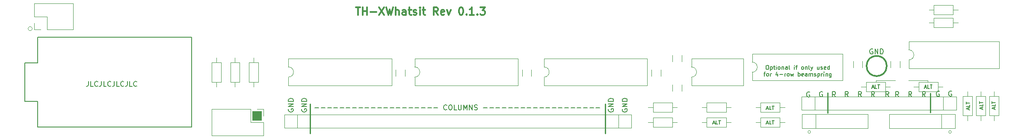
<source format=gto>
G04 #@! TF.GenerationSoftware,KiCad,Pcbnew,5.1.10*
G04 #@! TF.CreationDate,2021-10-20T12:50:39+02:00*
G04 #@! TF.ProjectId,TH-XWhatsIt,54482d58-5768-4617-9473-49742e6b6963,0.1.3*
G04 #@! TF.SameCoordinates,Original*
G04 #@! TF.FileFunction,Legend,Top*
G04 #@! TF.FilePolarity,Positive*
%FSLAX46Y46*%
G04 Gerber Fmt 4.6, Leading zero omitted, Abs format (unit mm)*
G04 Created by KiCad (PCBNEW 5.1.10) date 2021-10-20 12:50:39*
%MOMM*%
%LPD*%
G01*
G04 APERTURE LIST*
%ADD10C,0.150000*%
%ADD11C,0.120000*%
%ADD12C,0.240000*%
%ADD13C,0.175000*%
%ADD14C,0.300000*%
%ADD15C,0.100000*%
%ADD16O,1.801600X1.801600*%
%ADD17O,1.501600X1.501600*%
%ADD18C,1.501600*%
%ADD19C,3.101600*%
%ADD20C,0.901600*%
%ADD21C,6.501600*%
%ADD22C,1.701600*%
%ADD23O,1.701600X1.701600*%
G04 APERTURE END LIST*
D10*
X50150952Y-137922380D02*
X50150952Y-138636666D01*
X50103333Y-138779523D01*
X50008095Y-138874761D01*
X49865238Y-138922380D01*
X49770000Y-138922380D01*
X51103333Y-138922380D02*
X50627142Y-138922380D01*
X50627142Y-137922380D01*
X52008095Y-138827142D02*
X51960476Y-138874761D01*
X51817619Y-138922380D01*
X51722380Y-138922380D01*
X51579523Y-138874761D01*
X51484285Y-138779523D01*
X51436666Y-138684285D01*
X51389047Y-138493809D01*
X51389047Y-138350952D01*
X51436666Y-138160476D01*
X51484285Y-138065238D01*
X51579523Y-137970000D01*
X51722380Y-137922380D01*
X51817619Y-137922380D01*
X51960476Y-137970000D01*
X52008095Y-138017619D01*
X52722380Y-137922380D02*
X52722380Y-138636666D01*
X52674761Y-138779523D01*
X52579523Y-138874761D01*
X52436666Y-138922380D01*
X52341428Y-138922380D01*
X53674761Y-138922380D02*
X53198571Y-138922380D01*
X53198571Y-137922380D01*
X54579523Y-138827142D02*
X54531904Y-138874761D01*
X54389047Y-138922380D01*
X54293809Y-138922380D01*
X54150952Y-138874761D01*
X54055714Y-138779523D01*
X54008095Y-138684285D01*
X53960476Y-138493809D01*
X53960476Y-138350952D01*
X54008095Y-138160476D01*
X54055714Y-138065238D01*
X54150952Y-137970000D01*
X54293809Y-137922380D01*
X54389047Y-137922380D01*
X54531904Y-137970000D01*
X54579523Y-138017619D01*
X55293809Y-137922380D02*
X55293809Y-138636666D01*
X55246190Y-138779523D01*
X55150952Y-138874761D01*
X55008095Y-138922380D01*
X54912857Y-138922380D01*
X56246190Y-138922380D02*
X55770000Y-138922380D01*
X55770000Y-137922380D01*
X57150952Y-138827142D02*
X57103333Y-138874761D01*
X56960476Y-138922380D01*
X56865238Y-138922380D01*
X56722380Y-138874761D01*
X56627142Y-138779523D01*
X56579523Y-138684285D01*
X56531904Y-138493809D01*
X56531904Y-138350952D01*
X56579523Y-138160476D01*
X56627142Y-138065238D01*
X56722380Y-137970000D01*
X56865238Y-137922380D01*
X56960476Y-137922380D01*
X57103333Y-137970000D01*
X57150952Y-138017619D01*
X57865238Y-137922380D02*
X57865238Y-138636666D01*
X57817619Y-138779523D01*
X57722380Y-138874761D01*
X57579523Y-138922380D01*
X57484285Y-138922380D01*
X58817619Y-138922380D02*
X58341428Y-138922380D01*
X58341428Y-137922380D01*
X59722380Y-138827142D02*
X59674761Y-138874761D01*
X59531904Y-138922380D01*
X59436666Y-138922380D01*
X59293809Y-138874761D01*
X59198571Y-138779523D01*
X59150952Y-138684285D01*
X59103333Y-138493809D01*
X59103333Y-138350952D01*
X59150952Y-138160476D01*
X59198571Y-138065238D01*
X59293809Y-137970000D01*
X59436666Y-137922380D01*
X59531904Y-137922380D01*
X59674761Y-137970000D01*
X59722380Y-138017619D01*
D11*
X206040000Y-137740000D02*
X206040000Y-138050000D01*
X209850000Y-137740000D02*
X206040000Y-137740000D01*
X216310000Y-137760000D02*
X216310000Y-138100000D01*
X212530000Y-137760000D02*
X216310000Y-137760000D01*
X91530000Y-144520000D02*
X88920000Y-144520000D01*
X88920000Y-147180000D02*
X88920000Y-144520000D01*
X91690000Y-147180000D02*
X88920000Y-147180000D01*
X155050000Y-144530000D02*
X155050000Y-147180000D01*
D12*
X152480000Y-142420000D02*
X152480000Y-148210000D01*
X94070000Y-142420000D02*
X94070000Y-148210000D01*
D11*
X193940000Y-140960000D02*
X193940000Y-143600000D01*
D10*
X215819523Y-140942380D02*
X215486190Y-140466190D01*
X215248095Y-140942380D02*
X215248095Y-139942380D01*
X215629047Y-139942380D01*
X215724285Y-139990000D01*
X215771904Y-140037619D01*
X215819523Y-140132857D01*
X215819523Y-140275714D01*
X215771904Y-140370952D01*
X215724285Y-140418571D01*
X215629047Y-140466190D01*
X215248095Y-140466190D01*
D11*
X221952985Y-140949807D02*
X221952985Y-143610000D01*
X218970000Y-143610000D02*
X221952985Y-143610000D01*
X219340000Y-140950000D02*
X221952985Y-140949807D01*
X39031461Y-127500000D02*
G75*
G03*
X39031461Y-127500000I-411461J0D01*
G01*
D10*
X184455714Y-134746904D02*
X184608095Y-134746904D01*
X184684285Y-134785000D01*
X184760476Y-134861190D01*
X184798571Y-135013571D01*
X184798571Y-135280238D01*
X184760476Y-135432619D01*
X184684285Y-135508809D01*
X184608095Y-135546904D01*
X184455714Y-135546904D01*
X184379523Y-135508809D01*
X184303333Y-135432619D01*
X184265238Y-135280238D01*
X184265238Y-135013571D01*
X184303333Y-134861190D01*
X184379523Y-134785000D01*
X184455714Y-134746904D01*
X185141428Y-135013571D02*
X185141428Y-135813571D01*
X185141428Y-135051666D02*
X185217619Y-135013571D01*
X185370000Y-135013571D01*
X185446190Y-135051666D01*
X185484285Y-135089761D01*
X185522380Y-135165952D01*
X185522380Y-135394523D01*
X185484285Y-135470714D01*
X185446190Y-135508809D01*
X185370000Y-135546904D01*
X185217619Y-135546904D01*
X185141428Y-135508809D01*
X185750952Y-135013571D02*
X186055714Y-135013571D01*
X185865238Y-134746904D02*
X185865238Y-135432619D01*
X185903333Y-135508809D01*
X185979523Y-135546904D01*
X186055714Y-135546904D01*
X186322380Y-135546904D02*
X186322380Y-135013571D01*
X186322380Y-134746904D02*
X186284285Y-134785000D01*
X186322380Y-134823095D01*
X186360476Y-134785000D01*
X186322380Y-134746904D01*
X186322380Y-134823095D01*
X186817619Y-135546904D02*
X186741428Y-135508809D01*
X186703333Y-135470714D01*
X186665238Y-135394523D01*
X186665238Y-135165952D01*
X186703333Y-135089761D01*
X186741428Y-135051666D01*
X186817619Y-135013571D01*
X186931904Y-135013571D01*
X187008095Y-135051666D01*
X187046190Y-135089761D01*
X187084285Y-135165952D01*
X187084285Y-135394523D01*
X187046190Y-135470714D01*
X187008095Y-135508809D01*
X186931904Y-135546904D01*
X186817619Y-135546904D01*
X187427142Y-135013571D02*
X187427142Y-135546904D01*
X187427142Y-135089761D02*
X187465238Y-135051666D01*
X187541428Y-135013571D01*
X187655714Y-135013571D01*
X187731904Y-135051666D01*
X187770000Y-135127857D01*
X187770000Y-135546904D01*
X188493809Y-135546904D02*
X188493809Y-135127857D01*
X188455714Y-135051666D01*
X188379523Y-135013571D01*
X188227142Y-135013571D01*
X188150952Y-135051666D01*
X188493809Y-135508809D02*
X188417619Y-135546904D01*
X188227142Y-135546904D01*
X188150952Y-135508809D01*
X188112857Y-135432619D01*
X188112857Y-135356428D01*
X188150952Y-135280238D01*
X188227142Y-135242142D01*
X188417619Y-135242142D01*
X188493809Y-135204047D01*
X188989047Y-135546904D02*
X188912857Y-135508809D01*
X188874761Y-135432619D01*
X188874761Y-134746904D01*
X189903333Y-135546904D02*
X189903333Y-135013571D01*
X189903333Y-134746904D02*
X189865238Y-134785000D01*
X189903333Y-134823095D01*
X189941428Y-134785000D01*
X189903333Y-134746904D01*
X189903333Y-134823095D01*
X190170000Y-135013571D02*
X190474761Y-135013571D01*
X190284285Y-135546904D02*
X190284285Y-134861190D01*
X190322380Y-134785000D01*
X190398571Y-134746904D01*
X190474761Y-134746904D01*
X191465238Y-135546904D02*
X191389047Y-135508809D01*
X191350952Y-135470714D01*
X191312857Y-135394523D01*
X191312857Y-135165952D01*
X191350952Y-135089761D01*
X191389047Y-135051666D01*
X191465238Y-135013571D01*
X191579523Y-135013571D01*
X191655714Y-135051666D01*
X191693809Y-135089761D01*
X191731904Y-135165952D01*
X191731904Y-135394523D01*
X191693809Y-135470714D01*
X191655714Y-135508809D01*
X191579523Y-135546904D01*
X191465238Y-135546904D01*
X192074761Y-135013571D02*
X192074761Y-135546904D01*
X192074761Y-135089761D02*
X192112857Y-135051666D01*
X192189047Y-135013571D01*
X192303333Y-135013571D01*
X192379523Y-135051666D01*
X192417619Y-135127857D01*
X192417619Y-135546904D01*
X192912857Y-135546904D02*
X192836666Y-135508809D01*
X192798571Y-135432619D01*
X192798571Y-134746904D01*
X193141428Y-135013571D02*
X193331904Y-135546904D01*
X193522380Y-135013571D02*
X193331904Y-135546904D01*
X193255714Y-135737380D01*
X193217619Y-135775476D01*
X193141428Y-135813571D01*
X194779523Y-135013571D02*
X194779523Y-135546904D01*
X194436666Y-135013571D02*
X194436666Y-135432619D01*
X194474761Y-135508809D01*
X194550952Y-135546904D01*
X194665238Y-135546904D01*
X194741428Y-135508809D01*
X194779523Y-135470714D01*
X195122380Y-135508809D02*
X195198571Y-135546904D01*
X195350952Y-135546904D01*
X195427142Y-135508809D01*
X195465238Y-135432619D01*
X195465238Y-135394523D01*
X195427142Y-135318333D01*
X195350952Y-135280238D01*
X195236666Y-135280238D01*
X195160476Y-135242142D01*
X195122380Y-135165952D01*
X195122380Y-135127857D01*
X195160476Y-135051666D01*
X195236666Y-135013571D01*
X195350952Y-135013571D01*
X195427142Y-135051666D01*
X196112857Y-135508809D02*
X196036666Y-135546904D01*
X195884285Y-135546904D01*
X195808095Y-135508809D01*
X195770000Y-135432619D01*
X195770000Y-135127857D01*
X195808095Y-135051666D01*
X195884285Y-135013571D01*
X196036666Y-135013571D01*
X196112857Y-135051666D01*
X196150952Y-135127857D01*
X196150952Y-135204047D01*
X195770000Y-135280238D01*
X196836666Y-135546904D02*
X196836666Y-134746904D01*
X196836666Y-135508809D02*
X196760476Y-135546904D01*
X196608095Y-135546904D01*
X196531904Y-135508809D01*
X196493809Y-135470714D01*
X196455714Y-135394523D01*
X196455714Y-135165952D01*
X196493809Y-135089761D01*
X196531904Y-135051666D01*
X196608095Y-135013571D01*
X196760476Y-135013571D01*
X196836666Y-135051666D01*
X183846190Y-136363571D02*
X184150952Y-136363571D01*
X183960476Y-136896904D02*
X183960476Y-136211190D01*
X183998571Y-136135000D01*
X184074761Y-136096904D01*
X184150952Y-136096904D01*
X184531904Y-136896904D02*
X184455714Y-136858809D01*
X184417619Y-136820714D01*
X184379523Y-136744523D01*
X184379523Y-136515952D01*
X184417619Y-136439761D01*
X184455714Y-136401666D01*
X184531904Y-136363571D01*
X184646190Y-136363571D01*
X184722380Y-136401666D01*
X184760476Y-136439761D01*
X184798571Y-136515952D01*
X184798571Y-136744523D01*
X184760476Y-136820714D01*
X184722380Y-136858809D01*
X184646190Y-136896904D01*
X184531904Y-136896904D01*
X185141428Y-136896904D02*
X185141428Y-136363571D01*
X185141428Y-136515952D02*
X185179523Y-136439761D01*
X185217619Y-136401666D01*
X185293809Y-136363571D01*
X185370000Y-136363571D01*
X186589047Y-136363571D02*
X186589047Y-136896904D01*
X186398571Y-136058809D02*
X186208095Y-136630238D01*
X186703333Y-136630238D01*
X187008095Y-136592142D02*
X187617619Y-136592142D01*
X187998571Y-136896904D02*
X187998571Y-136363571D01*
X187998571Y-136515952D02*
X188036666Y-136439761D01*
X188074761Y-136401666D01*
X188150952Y-136363571D01*
X188227142Y-136363571D01*
X188608095Y-136896904D02*
X188531904Y-136858809D01*
X188493809Y-136820714D01*
X188455714Y-136744523D01*
X188455714Y-136515952D01*
X188493809Y-136439761D01*
X188531904Y-136401666D01*
X188608095Y-136363571D01*
X188722380Y-136363571D01*
X188798571Y-136401666D01*
X188836666Y-136439761D01*
X188874761Y-136515952D01*
X188874761Y-136744523D01*
X188836666Y-136820714D01*
X188798571Y-136858809D01*
X188722380Y-136896904D01*
X188608095Y-136896904D01*
X189141428Y-136363571D02*
X189293809Y-136896904D01*
X189446190Y-136515952D01*
X189598571Y-136896904D01*
X189750952Y-136363571D01*
X190665238Y-136896904D02*
X190665238Y-136096904D01*
X190665238Y-136401666D02*
X190741428Y-136363571D01*
X190893809Y-136363571D01*
X190970000Y-136401666D01*
X191008095Y-136439761D01*
X191046190Y-136515952D01*
X191046190Y-136744523D01*
X191008095Y-136820714D01*
X190970000Y-136858809D01*
X190893809Y-136896904D01*
X190741428Y-136896904D01*
X190665238Y-136858809D01*
X191693809Y-136858809D02*
X191617619Y-136896904D01*
X191465238Y-136896904D01*
X191389047Y-136858809D01*
X191350952Y-136782619D01*
X191350952Y-136477857D01*
X191389047Y-136401666D01*
X191465238Y-136363571D01*
X191617619Y-136363571D01*
X191693809Y-136401666D01*
X191731904Y-136477857D01*
X191731904Y-136554047D01*
X191350952Y-136630238D01*
X192417619Y-136896904D02*
X192417619Y-136477857D01*
X192379523Y-136401666D01*
X192303333Y-136363571D01*
X192150952Y-136363571D01*
X192074761Y-136401666D01*
X192417619Y-136858809D02*
X192341428Y-136896904D01*
X192150952Y-136896904D01*
X192074761Y-136858809D01*
X192036666Y-136782619D01*
X192036666Y-136706428D01*
X192074761Y-136630238D01*
X192150952Y-136592142D01*
X192341428Y-136592142D01*
X192417619Y-136554047D01*
X192798571Y-136896904D02*
X192798571Y-136363571D01*
X192798571Y-136439761D02*
X192836666Y-136401666D01*
X192912857Y-136363571D01*
X193027142Y-136363571D01*
X193103333Y-136401666D01*
X193141428Y-136477857D01*
X193141428Y-136896904D01*
X193141428Y-136477857D02*
X193179523Y-136401666D01*
X193255714Y-136363571D01*
X193370000Y-136363571D01*
X193446190Y-136401666D01*
X193484285Y-136477857D01*
X193484285Y-136896904D01*
X193827142Y-136858809D02*
X193903333Y-136896904D01*
X194055714Y-136896904D01*
X194131904Y-136858809D01*
X194170000Y-136782619D01*
X194170000Y-136744523D01*
X194131904Y-136668333D01*
X194055714Y-136630238D01*
X193941428Y-136630238D01*
X193865238Y-136592142D01*
X193827142Y-136515952D01*
X193827142Y-136477857D01*
X193865238Y-136401666D01*
X193941428Y-136363571D01*
X194055714Y-136363571D01*
X194131904Y-136401666D01*
X194512857Y-136363571D02*
X194512857Y-137163571D01*
X194512857Y-136401666D02*
X194589047Y-136363571D01*
X194741428Y-136363571D01*
X194817619Y-136401666D01*
X194855714Y-136439761D01*
X194893809Y-136515952D01*
X194893809Y-136744523D01*
X194855714Y-136820714D01*
X194817619Y-136858809D01*
X194741428Y-136896904D01*
X194589047Y-136896904D01*
X194512857Y-136858809D01*
X195236666Y-136896904D02*
X195236666Y-136363571D01*
X195236666Y-136515952D02*
X195274761Y-136439761D01*
X195312857Y-136401666D01*
X195389047Y-136363571D01*
X195465238Y-136363571D01*
X195731904Y-136896904D02*
X195731904Y-136363571D01*
X195731904Y-136096904D02*
X195693809Y-136135000D01*
X195731904Y-136173095D01*
X195770000Y-136135000D01*
X195731904Y-136096904D01*
X195731904Y-136173095D01*
X196112857Y-136363571D02*
X196112857Y-136896904D01*
X196112857Y-136439761D02*
X196150952Y-136401666D01*
X196227142Y-136363571D01*
X196341428Y-136363571D01*
X196417619Y-136401666D01*
X196455714Y-136477857D01*
X196455714Y-136896904D01*
X197179523Y-136363571D02*
X197179523Y-137011190D01*
X197141428Y-137087380D01*
X197103333Y-137125476D01*
X197027142Y-137163571D01*
X196912857Y-137163571D01*
X196836666Y-137125476D01*
X197179523Y-136858809D02*
X197103333Y-136896904D01*
X196950952Y-136896904D01*
X196874761Y-136858809D01*
X196836666Y-136820714D01*
X196798571Y-136744523D01*
X196798571Y-136515952D01*
X196836666Y-136439761D01*
X196874761Y-136401666D01*
X196950952Y-136363571D01*
X197103333Y-136363571D01*
X197179523Y-136401666D01*
D11*
X193099258Y-147950000D02*
G75*
G03*
X193099258Y-147950000I-269258J0D01*
G01*
X220989258Y-147950000D02*
G75*
G03*
X220989258Y-147950000I-269258J0D01*
G01*
D12*
X216810000Y-140250000D02*
X216810000Y-144100000D01*
X196480000Y-140200000D02*
X196480000Y-144190000D01*
D10*
X208569523Y-140962380D02*
X208236190Y-140486190D01*
X207998095Y-140962380D02*
X207998095Y-139962380D01*
X208379047Y-139962380D01*
X208474285Y-140010000D01*
X208521904Y-140057619D01*
X208569523Y-140152857D01*
X208569523Y-140295714D01*
X208521904Y-140390952D01*
X208474285Y-140438571D01*
X208379047Y-140486190D01*
X207998095Y-140486190D01*
X210529523Y-140992380D02*
X210196190Y-140516190D01*
X209958095Y-140992380D02*
X209958095Y-139992380D01*
X210339047Y-139992380D01*
X210434285Y-140040000D01*
X210481904Y-140087619D01*
X210529523Y-140182857D01*
X210529523Y-140325714D01*
X210481904Y-140420952D01*
X210434285Y-140468571D01*
X210339047Y-140516190D01*
X209958095Y-140516190D01*
X213109523Y-140952380D02*
X212776190Y-140476190D01*
X212538095Y-140952380D02*
X212538095Y-139952380D01*
X212919047Y-139952380D01*
X213014285Y-140000000D01*
X213061904Y-140047619D01*
X213109523Y-140142857D01*
X213109523Y-140285714D01*
X213061904Y-140380952D01*
X213014285Y-140428571D01*
X212919047Y-140476190D01*
X212538095Y-140476190D01*
X205739523Y-140952380D02*
X205406190Y-140476190D01*
X205168095Y-140952380D02*
X205168095Y-139952380D01*
X205549047Y-139952380D01*
X205644285Y-140000000D01*
X205691904Y-140047619D01*
X205739523Y-140142857D01*
X205739523Y-140285714D01*
X205691904Y-140380952D01*
X205644285Y-140428571D01*
X205549047Y-140476190D01*
X205168095Y-140476190D01*
X203149523Y-140962380D02*
X202816190Y-140486190D01*
X202578095Y-140962380D02*
X202578095Y-139962380D01*
X202959047Y-139962380D01*
X203054285Y-140010000D01*
X203101904Y-140057619D01*
X203149523Y-140152857D01*
X203149523Y-140295714D01*
X203101904Y-140390952D01*
X203054285Y-140438571D01*
X202959047Y-140486190D01*
X202578095Y-140486190D01*
X200539523Y-140962380D02*
X200206190Y-140486190D01*
X199968095Y-140962380D02*
X199968095Y-139962380D01*
X200349047Y-139962380D01*
X200444285Y-140010000D01*
X200491904Y-140057619D01*
X200539523Y-140152857D01*
X200539523Y-140295714D01*
X200491904Y-140390952D01*
X200444285Y-140438571D01*
X200349047Y-140486190D01*
X199968095Y-140486190D01*
X198029523Y-140992380D02*
X197696190Y-140516190D01*
X197458095Y-140992380D02*
X197458095Y-139992380D01*
X197839047Y-139992380D01*
X197934285Y-140040000D01*
X197981904Y-140087619D01*
X198029523Y-140182857D01*
X198029523Y-140325714D01*
X197981904Y-140420952D01*
X197934285Y-140468571D01*
X197839047Y-140516190D01*
X197458095Y-140516190D01*
X218561904Y-139950000D02*
X218466666Y-139902380D01*
X218323809Y-139902380D01*
X218180952Y-139950000D01*
X218085714Y-140045238D01*
X218038095Y-140140476D01*
X217990476Y-140330952D01*
X217990476Y-140473809D01*
X218038095Y-140664285D01*
X218085714Y-140759523D01*
X218180952Y-140854761D01*
X218323809Y-140902380D01*
X218419047Y-140902380D01*
X218561904Y-140854761D01*
X218609523Y-140807142D01*
X218609523Y-140473809D01*
X218419047Y-140473809D01*
X221001904Y-139900000D02*
X220906666Y-139852380D01*
X220763809Y-139852380D01*
X220620952Y-139900000D01*
X220525714Y-139995238D01*
X220478095Y-140090476D01*
X220430476Y-140280952D01*
X220430476Y-140423809D01*
X220478095Y-140614285D01*
X220525714Y-140709523D01*
X220620952Y-140804761D01*
X220763809Y-140852380D01*
X220859047Y-140852380D01*
X221001904Y-140804761D01*
X221049523Y-140757142D01*
X221049523Y-140423809D01*
X220859047Y-140423809D01*
X195431904Y-140040000D02*
X195336666Y-139992380D01*
X195193809Y-139992380D01*
X195050952Y-140040000D01*
X194955714Y-140135238D01*
X194908095Y-140230476D01*
X194860476Y-140420952D01*
X194860476Y-140563809D01*
X194908095Y-140754285D01*
X194955714Y-140849523D01*
X195050952Y-140944761D01*
X195193809Y-140992380D01*
X195289047Y-140992380D01*
X195431904Y-140944761D01*
X195479523Y-140897142D01*
X195479523Y-140563809D01*
X195289047Y-140563809D01*
X192891904Y-140070000D02*
X192796666Y-140022380D01*
X192653809Y-140022380D01*
X192510952Y-140070000D01*
X192415714Y-140165238D01*
X192368095Y-140260476D01*
X192320476Y-140450952D01*
X192320476Y-140593809D01*
X192368095Y-140784285D01*
X192415714Y-140879523D01*
X192510952Y-140974761D01*
X192653809Y-141022380D01*
X192749047Y-141022380D01*
X192891904Y-140974761D01*
X192939523Y-140927142D01*
X192939523Y-140593809D01*
X192749047Y-140593809D01*
X205378095Y-131560000D02*
X205282857Y-131512380D01*
X205140000Y-131512380D01*
X204997142Y-131560000D01*
X204901904Y-131655238D01*
X204854285Y-131750476D01*
X204806666Y-131940952D01*
X204806666Y-132083809D01*
X204854285Y-132274285D01*
X204901904Y-132369523D01*
X204997142Y-132464761D01*
X205140000Y-132512380D01*
X205235238Y-132512380D01*
X205378095Y-132464761D01*
X205425714Y-132417142D01*
X205425714Y-132083809D01*
X205235238Y-132083809D01*
X205854285Y-132512380D02*
X205854285Y-131512380D01*
X206425714Y-132512380D01*
X206425714Y-131512380D01*
X206901904Y-132512380D02*
X206901904Y-131512380D01*
X207140000Y-131512380D01*
X207282857Y-131560000D01*
X207378095Y-131655238D01*
X207425714Y-131750476D01*
X207473333Y-131940952D01*
X207473333Y-132083809D01*
X207425714Y-132274285D01*
X207378095Y-132369523D01*
X207282857Y-132464761D01*
X207140000Y-132512380D01*
X206901904Y-132512380D01*
X155860000Y-143411904D02*
X155812380Y-143507142D01*
X155812380Y-143650000D01*
X155860000Y-143792857D01*
X155955238Y-143888095D01*
X156050476Y-143935714D01*
X156240952Y-143983333D01*
X156383809Y-143983333D01*
X156574285Y-143935714D01*
X156669523Y-143888095D01*
X156764761Y-143792857D01*
X156812380Y-143650000D01*
X156812380Y-143554761D01*
X156764761Y-143411904D01*
X156717142Y-143364285D01*
X156383809Y-143364285D01*
X156383809Y-143554761D01*
X156812380Y-142935714D02*
X155812380Y-142935714D01*
X156812380Y-142364285D01*
X155812380Y-142364285D01*
X156812380Y-141888095D02*
X155812380Y-141888095D01*
X155812380Y-141650000D01*
X155860000Y-141507142D01*
X155955238Y-141411904D01*
X156050476Y-141364285D01*
X156240952Y-141316666D01*
X156383809Y-141316666D01*
X156574285Y-141364285D01*
X156669523Y-141411904D01*
X156764761Y-141507142D01*
X156812380Y-141650000D01*
X156812380Y-141888095D01*
X89790000Y-143411904D02*
X89742380Y-143507142D01*
X89742380Y-143650000D01*
X89790000Y-143792857D01*
X89885238Y-143888095D01*
X89980476Y-143935714D01*
X90170952Y-143983333D01*
X90313809Y-143983333D01*
X90504285Y-143935714D01*
X90599523Y-143888095D01*
X90694761Y-143792857D01*
X90742380Y-143650000D01*
X90742380Y-143554761D01*
X90694761Y-143411904D01*
X90647142Y-143364285D01*
X90313809Y-143364285D01*
X90313809Y-143554761D01*
X90742380Y-142935714D02*
X89742380Y-142935714D01*
X90742380Y-142364285D01*
X89742380Y-142364285D01*
X90742380Y-141888095D02*
X89742380Y-141888095D01*
X89742380Y-141650000D01*
X89790000Y-141507142D01*
X89885238Y-141411904D01*
X89980476Y-141364285D01*
X90170952Y-141316666D01*
X90313809Y-141316666D01*
X90504285Y-141364285D01*
X90599523Y-141411904D01*
X90694761Y-141507142D01*
X90742380Y-141650000D01*
X90742380Y-141888095D01*
X94997500Y-143201428D02*
X95759404Y-143201428D01*
X96235595Y-143201428D02*
X96997500Y-143201428D01*
X97473690Y-143201428D02*
X98235595Y-143201428D01*
X98711785Y-143201428D02*
X99473690Y-143201428D01*
X99949880Y-143201428D02*
X100711785Y-143201428D01*
X101187976Y-143201428D02*
X101949880Y-143201428D01*
X102426071Y-143201428D02*
X103187976Y-143201428D01*
X103664166Y-143201428D02*
X104426071Y-143201428D01*
X104902261Y-143201428D02*
X105664166Y-143201428D01*
X106140357Y-143201428D02*
X106902261Y-143201428D01*
X107378452Y-143201428D02*
X108140357Y-143201428D01*
X108616547Y-143201428D02*
X109378452Y-143201428D01*
X109854642Y-143201428D02*
X110616547Y-143201428D01*
X111092738Y-143201428D02*
X111854642Y-143201428D01*
X112330833Y-143201428D02*
X113092738Y-143201428D01*
X113568928Y-143201428D02*
X114330833Y-143201428D01*
X114807023Y-143201428D02*
X115568928Y-143201428D01*
X116045119Y-143201428D02*
X116807023Y-143201428D01*
X117283214Y-143201428D02*
X118045119Y-143201428D01*
X118521309Y-143201428D02*
X119283214Y-143201428D01*
X121092738Y-143487142D02*
X121045119Y-143534761D01*
X120902261Y-143582380D01*
X120807023Y-143582380D01*
X120664166Y-143534761D01*
X120568928Y-143439523D01*
X120521309Y-143344285D01*
X120473690Y-143153809D01*
X120473690Y-143010952D01*
X120521309Y-142820476D01*
X120568928Y-142725238D01*
X120664166Y-142630000D01*
X120807023Y-142582380D01*
X120902261Y-142582380D01*
X121045119Y-142630000D01*
X121092738Y-142677619D01*
X121711785Y-142582380D02*
X121902261Y-142582380D01*
X121997500Y-142630000D01*
X122092738Y-142725238D01*
X122140357Y-142915714D01*
X122140357Y-143249047D01*
X122092738Y-143439523D01*
X121997500Y-143534761D01*
X121902261Y-143582380D01*
X121711785Y-143582380D01*
X121616547Y-143534761D01*
X121521309Y-143439523D01*
X121473690Y-143249047D01*
X121473690Y-142915714D01*
X121521309Y-142725238D01*
X121616547Y-142630000D01*
X121711785Y-142582380D01*
X123045119Y-143582380D02*
X122568928Y-143582380D01*
X122568928Y-142582380D01*
X123378452Y-142582380D02*
X123378452Y-143391904D01*
X123426071Y-143487142D01*
X123473690Y-143534761D01*
X123568928Y-143582380D01*
X123759404Y-143582380D01*
X123854642Y-143534761D01*
X123902261Y-143487142D01*
X123949880Y-143391904D01*
X123949880Y-142582380D01*
X124426071Y-143582380D02*
X124426071Y-142582380D01*
X124759404Y-143296666D01*
X125092738Y-142582380D01*
X125092738Y-143582380D01*
X125568928Y-143582380D02*
X125568928Y-142582380D01*
X126140357Y-143582380D01*
X126140357Y-142582380D01*
X126568928Y-143534761D02*
X126711785Y-143582380D01*
X126949880Y-143582380D01*
X127045119Y-143534761D01*
X127092738Y-143487142D01*
X127140357Y-143391904D01*
X127140357Y-143296666D01*
X127092738Y-143201428D01*
X127045119Y-143153809D01*
X126949880Y-143106190D01*
X126759404Y-143058571D01*
X126664166Y-143010952D01*
X126616547Y-142963333D01*
X126568928Y-142868095D01*
X126568928Y-142772857D01*
X126616547Y-142677619D01*
X126664166Y-142630000D01*
X126759404Y-142582380D01*
X126997500Y-142582380D01*
X127140357Y-142630000D01*
X128330833Y-143201428D02*
X129092738Y-143201428D01*
X129568928Y-143201428D02*
X130330833Y-143201428D01*
X130807023Y-143201428D02*
X131568928Y-143201428D01*
X132045119Y-143201428D02*
X132807023Y-143201428D01*
X133283214Y-143201428D02*
X134045119Y-143201428D01*
X134521309Y-143201428D02*
X135283214Y-143201428D01*
X135759404Y-143201428D02*
X136521309Y-143201428D01*
X136997500Y-143201428D02*
X137759404Y-143201428D01*
X138235595Y-143201428D02*
X138997500Y-143201428D01*
X139473690Y-143201428D02*
X140235595Y-143201428D01*
X140711785Y-143201428D02*
X141473690Y-143201428D01*
X141949880Y-143201428D02*
X142711785Y-143201428D01*
X143187976Y-143201428D02*
X143949880Y-143201428D01*
X144426071Y-143201428D02*
X145187976Y-143201428D01*
X145664166Y-143201428D02*
X146426071Y-143201428D01*
X146902261Y-143201428D02*
X147664166Y-143201428D01*
X148140357Y-143201428D02*
X148902261Y-143201428D01*
X149378452Y-143201428D02*
X150140357Y-143201428D01*
X150616547Y-143201428D02*
X151378452Y-143201428D01*
X153140000Y-143411904D02*
X153092380Y-143507142D01*
X153092380Y-143650000D01*
X153140000Y-143792857D01*
X153235238Y-143888095D01*
X153330476Y-143935714D01*
X153520952Y-143983333D01*
X153663809Y-143983333D01*
X153854285Y-143935714D01*
X153949523Y-143888095D01*
X154044761Y-143792857D01*
X154092380Y-143650000D01*
X154092380Y-143554761D01*
X154044761Y-143411904D01*
X153997142Y-143364285D01*
X153663809Y-143364285D01*
X153663809Y-143554761D01*
X154092380Y-142935714D02*
X153092380Y-142935714D01*
X154092380Y-142364285D01*
X153092380Y-142364285D01*
X154092380Y-141888095D02*
X153092380Y-141888095D01*
X153092380Y-141650000D01*
X153140000Y-141507142D01*
X153235238Y-141411904D01*
X153330476Y-141364285D01*
X153520952Y-141316666D01*
X153663809Y-141316666D01*
X153854285Y-141364285D01*
X153949523Y-141411904D01*
X154044761Y-141507142D01*
X154092380Y-141650000D01*
X154092380Y-141888095D01*
X92390000Y-143411904D02*
X92342380Y-143507142D01*
X92342380Y-143650000D01*
X92390000Y-143792857D01*
X92485238Y-143888095D01*
X92580476Y-143935714D01*
X92770952Y-143983333D01*
X92913809Y-143983333D01*
X93104285Y-143935714D01*
X93199523Y-143888095D01*
X93294761Y-143792857D01*
X93342380Y-143650000D01*
X93342380Y-143554761D01*
X93294761Y-143411904D01*
X93247142Y-143364285D01*
X92913809Y-143364285D01*
X92913809Y-143554761D01*
X93342380Y-142935714D02*
X92342380Y-142935714D01*
X93342380Y-142364285D01*
X92342380Y-142364285D01*
X93342380Y-141888095D02*
X92342380Y-141888095D01*
X92342380Y-141650000D01*
X92390000Y-141507142D01*
X92485238Y-141411904D01*
X92580476Y-141364285D01*
X92770952Y-141316666D01*
X92913809Y-141316666D01*
X93104285Y-141364285D01*
X93199523Y-141411904D01*
X93294761Y-141507142D01*
X93342380Y-141650000D01*
X93342380Y-141888095D01*
D13*
X229516666Y-143416666D02*
X229516666Y-143083333D01*
X229716666Y-143483333D02*
X229016666Y-143250000D01*
X229716666Y-143016666D01*
X229716666Y-142450000D02*
X229716666Y-142783333D01*
X229016666Y-142783333D01*
X229016666Y-142316666D02*
X229016666Y-141916666D01*
X229716666Y-142116666D02*
X229016666Y-142116666D01*
X227016666Y-143416666D02*
X227016666Y-143083333D01*
X227216666Y-143483333D02*
X226516666Y-143250000D01*
X227216666Y-143016666D01*
X227216666Y-142450000D02*
X227216666Y-142783333D01*
X226516666Y-142783333D01*
X226516666Y-142316666D02*
X226516666Y-141916666D01*
X227216666Y-142116666D02*
X226516666Y-142116666D01*
X224416666Y-143516666D02*
X224416666Y-143183333D01*
X224616666Y-143583333D02*
X223916666Y-143350000D01*
X224616666Y-143116666D01*
X224616666Y-142550000D02*
X224616666Y-142883333D01*
X223916666Y-142883333D01*
X223916666Y-142416666D02*
X223916666Y-142016666D01*
X224616666Y-142216666D02*
X223916666Y-142216666D01*
X215683333Y-139116666D02*
X216016666Y-139116666D01*
X215616666Y-139316666D02*
X215850000Y-138616666D01*
X216083333Y-139316666D01*
X216650000Y-139316666D02*
X216316666Y-139316666D01*
X216316666Y-138616666D01*
X216783333Y-138616666D02*
X217183333Y-138616666D01*
X216983333Y-139316666D02*
X216983333Y-138616666D01*
X173783333Y-146216666D02*
X174116666Y-146216666D01*
X173716666Y-146416666D02*
X173950000Y-145716666D01*
X174183333Y-146416666D01*
X174750000Y-146416666D02*
X174416666Y-146416666D01*
X174416666Y-145716666D01*
X174883333Y-145716666D02*
X175283333Y-145716666D01*
X175083333Y-146416666D02*
X175083333Y-145716666D01*
X184383333Y-146216666D02*
X184716666Y-146216666D01*
X184316666Y-146416666D02*
X184550000Y-145716666D01*
X184783333Y-146416666D01*
X185350000Y-146416666D02*
X185016666Y-146416666D01*
X185016666Y-145716666D01*
X185483333Y-145716666D02*
X185883333Y-145716666D01*
X185683333Y-146416666D02*
X185683333Y-145716666D01*
X184383333Y-143316666D02*
X184716666Y-143316666D01*
X184316666Y-143516666D02*
X184550000Y-142816666D01*
X184783333Y-143516666D01*
X185350000Y-143516666D02*
X185016666Y-143516666D01*
X185016666Y-142816666D01*
X185483333Y-142816666D02*
X185883333Y-142816666D01*
X185683333Y-143516666D02*
X185683333Y-142816666D01*
X205283333Y-139116666D02*
X205616666Y-139116666D01*
X205216666Y-139316666D02*
X205450000Y-138616666D01*
X205683333Y-139316666D01*
X206250000Y-139316666D02*
X205916666Y-139316666D01*
X205916666Y-138616666D01*
X206383333Y-138616666D02*
X206783333Y-138616666D01*
X206583333Y-139316666D02*
X206583333Y-138616666D01*
D14*
X103067857Y-123278571D02*
X103925000Y-123278571D01*
X103496428Y-124778571D02*
X103496428Y-123278571D01*
X104425000Y-124778571D02*
X104425000Y-123278571D01*
X104425000Y-123992857D02*
X105282142Y-123992857D01*
X105282142Y-124778571D02*
X105282142Y-123278571D01*
X105996428Y-124207142D02*
X107139285Y-124207142D01*
X107710714Y-123278571D02*
X108710714Y-124778571D01*
X108710714Y-123278571D02*
X107710714Y-124778571D01*
X109139285Y-123278571D02*
X109496428Y-124778571D01*
X109782142Y-123707142D01*
X110067857Y-124778571D01*
X110425000Y-123278571D01*
X110996428Y-124778571D02*
X110996428Y-123278571D01*
X111639285Y-124778571D02*
X111639285Y-123992857D01*
X111567857Y-123850000D01*
X111425000Y-123778571D01*
X111210714Y-123778571D01*
X111067857Y-123850000D01*
X110996428Y-123921428D01*
X112996428Y-124778571D02*
X112996428Y-123992857D01*
X112925000Y-123850000D01*
X112782142Y-123778571D01*
X112496428Y-123778571D01*
X112353571Y-123850000D01*
X112996428Y-124707142D02*
X112853571Y-124778571D01*
X112496428Y-124778571D01*
X112353571Y-124707142D01*
X112282142Y-124564285D01*
X112282142Y-124421428D01*
X112353571Y-124278571D01*
X112496428Y-124207142D01*
X112853571Y-124207142D01*
X112996428Y-124135714D01*
X113496428Y-123778571D02*
X114067857Y-123778571D01*
X113710714Y-123278571D02*
X113710714Y-124564285D01*
X113782142Y-124707142D01*
X113925000Y-124778571D01*
X114067857Y-124778571D01*
X114496428Y-124707142D02*
X114639285Y-124778571D01*
X114925000Y-124778571D01*
X115067857Y-124707142D01*
X115139285Y-124564285D01*
X115139285Y-124492857D01*
X115067857Y-124350000D01*
X114925000Y-124278571D01*
X114710714Y-124278571D01*
X114567857Y-124207142D01*
X114496428Y-124064285D01*
X114496428Y-123992857D01*
X114567857Y-123850000D01*
X114710714Y-123778571D01*
X114925000Y-123778571D01*
X115067857Y-123850000D01*
X115782142Y-124778571D02*
X115782142Y-123778571D01*
X115782142Y-123278571D02*
X115710714Y-123350000D01*
X115782142Y-123421428D01*
X115853571Y-123350000D01*
X115782142Y-123278571D01*
X115782142Y-123421428D01*
X116282142Y-123778571D02*
X116853571Y-123778571D01*
X116496428Y-123278571D02*
X116496428Y-124564285D01*
X116567857Y-124707142D01*
X116710714Y-124778571D01*
X116853571Y-124778571D01*
X119353571Y-124778571D02*
X118853571Y-124064285D01*
X118496428Y-124778571D02*
X118496428Y-123278571D01*
X119067857Y-123278571D01*
X119210714Y-123350000D01*
X119282142Y-123421428D01*
X119353571Y-123564285D01*
X119353571Y-123778571D01*
X119282142Y-123921428D01*
X119210714Y-123992857D01*
X119067857Y-124064285D01*
X118496428Y-124064285D01*
X120567857Y-124707142D02*
X120425000Y-124778571D01*
X120139285Y-124778571D01*
X119996428Y-124707142D01*
X119925000Y-124564285D01*
X119925000Y-123992857D01*
X119996428Y-123850000D01*
X120139285Y-123778571D01*
X120425000Y-123778571D01*
X120567857Y-123850000D01*
X120639285Y-123992857D01*
X120639285Y-124135714D01*
X119925000Y-124278571D01*
X121139285Y-123778571D02*
X121496428Y-124778571D01*
X121853571Y-123778571D01*
X123853571Y-123278571D02*
X123996428Y-123278571D01*
X124139285Y-123350000D01*
X124210714Y-123421428D01*
X124282142Y-123564285D01*
X124353571Y-123850000D01*
X124353571Y-124207142D01*
X124282142Y-124492857D01*
X124210714Y-124635714D01*
X124139285Y-124707142D01*
X123996428Y-124778571D01*
X123853571Y-124778571D01*
X123710714Y-124707142D01*
X123639285Y-124635714D01*
X123567857Y-124492857D01*
X123496428Y-124207142D01*
X123496428Y-123850000D01*
X123567857Y-123564285D01*
X123639285Y-123421428D01*
X123710714Y-123350000D01*
X123853571Y-123278571D01*
X124996428Y-124635714D02*
X125067857Y-124707142D01*
X124996428Y-124778571D01*
X124925000Y-124707142D01*
X124996428Y-124635714D01*
X124996428Y-124778571D01*
X126496428Y-124778571D02*
X125639285Y-124778571D01*
X126067857Y-124778571D02*
X126067857Y-123278571D01*
X125925000Y-123492857D01*
X125782142Y-123635714D01*
X125639285Y-123707142D01*
X127139285Y-124635714D02*
X127210714Y-124707142D01*
X127139285Y-124778571D01*
X127067857Y-124707142D01*
X127139285Y-124635714D01*
X127139285Y-124778571D01*
X127710714Y-123278571D02*
X128639285Y-123278571D01*
X128139285Y-123850000D01*
X128353571Y-123850000D01*
X128496428Y-123921428D01*
X128567857Y-123992857D01*
X128639285Y-124135714D01*
X128639285Y-124492857D01*
X128567857Y-124635714D01*
X128496428Y-124707142D01*
X128353571Y-124778571D01*
X127925000Y-124778571D01*
X127782142Y-124707142D01*
X127710714Y-124635714D01*
D11*
X74562840Y-143431420D02*
X74562840Y-148631420D01*
X82242840Y-143431420D02*
X74562840Y-143431420D01*
X84842840Y-148631420D02*
X74562840Y-148631420D01*
X82242840Y-143431420D02*
X82242840Y-146031420D01*
X82242840Y-146031420D02*
X84842840Y-146031420D01*
X84842840Y-146031420D02*
X84842840Y-148631420D01*
X83512840Y-143431420D02*
X84842840Y-143431420D01*
X84842840Y-143431420D02*
X84842840Y-144761420D01*
D15*
G36*
X82623840Y-145650420D02*
G01*
X82623840Y-143872420D01*
X84401840Y-143872420D01*
X84401840Y-145650420D01*
X82623840Y-145650420D01*
G37*
X82623840Y-145650420D02*
X82623840Y-143872420D01*
X84401840Y-143872420D01*
X84401840Y-145650420D01*
X82623840Y-145650420D01*
D11*
X75483900Y-139007100D02*
X75483900Y-138057100D01*
X75483900Y-133267100D02*
X75483900Y-134217100D01*
X76403900Y-138057100D02*
X76403900Y-134217100D01*
X74563900Y-138057100D02*
X76403900Y-138057100D01*
X74563900Y-134217100D02*
X74563900Y-138057100D01*
X76403900Y-134217100D02*
X74563900Y-134217100D01*
X79174520Y-139007100D02*
X79174520Y-138057100D01*
X79174520Y-133267100D02*
X79174520Y-134217100D01*
X80094520Y-138057100D02*
X80094520Y-134217100D01*
X78254520Y-138057100D02*
X80094520Y-138057100D01*
X78254520Y-134217100D02*
X78254520Y-138057100D01*
X80094520Y-134217100D02*
X78254520Y-134217100D01*
X82865140Y-139007100D02*
X82865140Y-138057100D01*
X82865140Y-133267100D02*
X82865140Y-134217100D01*
X83785140Y-138057100D02*
X83785140Y-134217100D01*
X81945140Y-138057100D02*
X83785140Y-138057100D01*
X81945140Y-134217100D02*
X81945140Y-138057100D01*
X83785140Y-134217100D02*
X81945140Y-134217100D01*
D14*
X208180000Y-134890000D02*
G75*
G03*
X208180000Y-134890000I-2000000J0D01*
G01*
D10*
X40097560Y-147002616D02*
X70577560Y-147002616D01*
X40097560Y-147002616D02*
X40097560Y-141922616D01*
X40097560Y-141922616D02*
X37557560Y-141922616D01*
X37557560Y-141922616D02*
X37557560Y-134302616D01*
X37557560Y-134302616D02*
X40097560Y-134302616D01*
X40097560Y-134302616D02*
X40097560Y-129222616D01*
X40097560Y-129222616D02*
X70577560Y-129222616D01*
X70577560Y-129222616D02*
X70577560Y-147002616D01*
D11*
X212538000Y-130040000D02*
X212538000Y-131690000D01*
X230438000Y-130040000D02*
X212538000Y-130040000D01*
X230438000Y-135340000D02*
X230438000Y-130040000D01*
X212538000Y-135340000D02*
X230438000Y-135340000D01*
X212538000Y-133690000D02*
X212538000Y-135340000D01*
X212538000Y-131690000D02*
G75*
G02*
X212538000Y-133690000I0J-1000000D01*
G01*
X222280000Y-123800000D02*
X221330000Y-123800000D01*
X216540000Y-123800000D02*
X217490000Y-123800000D01*
X221330000Y-122880000D02*
X217490000Y-122880000D01*
X221330000Y-124720000D02*
X221330000Y-122880000D01*
X217490000Y-124720000D02*
X221330000Y-124720000D01*
X217490000Y-122880000D02*
X217490000Y-124720000D01*
X216540000Y-126340000D02*
X217490000Y-126340000D01*
X222280000Y-126340000D02*
X221330000Y-126340000D01*
X217490000Y-127260000D02*
X221330000Y-127260000D01*
X217490000Y-125420000D02*
X217490000Y-127260000D01*
X221330000Y-125420000D02*
X217490000Y-125420000D01*
X221330000Y-127260000D02*
X221330000Y-125420000D01*
X187980000Y-143100000D02*
X187030000Y-143100000D01*
X182240000Y-143100000D02*
X183190000Y-143100000D01*
X187030000Y-142180000D02*
X183190000Y-142180000D01*
X187030000Y-144020000D02*
X187030000Y-142180000D01*
X183190000Y-144020000D02*
X187030000Y-144020000D01*
X183190000Y-142180000D02*
X183190000Y-144020000D01*
X226800000Y-139940000D02*
X226800000Y-140890000D01*
X226800000Y-145680000D02*
X226800000Y-144730000D01*
X225880000Y-140890000D02*
X225880000Y-144730000D01*
X227720000Y-140890000D02*
X225880000Y-140890000D01*
X227720000Y-144730000D02*
X227720000Y-140890000D01*
X225880000Y-144730000D02*
X227720000Y-144730000D01*
X187980000Y-146050000D02*
X187030000Y-146050000D01*
X182240000Y-146050000D02*
X183190000Y-146050000D01*
X187030000Y-145130000D02*
X183190000Y-145130000D01*
X187030000Y-146970000D02*
X187030000Y-145130000D01*
X183190000Y-146970000D02*
X187030000Y-146970000D01*
X183190000Y-145130000D02*
X183190000Y-146970000D01*
X177340000Y-146050000D02*
X176390000Y-146050000D01*
X171600000Y-146050000D02*
X172550000Y-146050000D01*
X176390000Y-145130000D02*
X172550000Y-145130000D01*
X176390000Y-146970000D02*
X176390000Y-145130000D01*
X172550000Y-146970000D02*
X176390000Y-146970000D01*
X172550000Y-145130000D02*
X172550000Y-146970000D01*
X203120000Y-139000000D02*
X204070000Y-139000000D01*
X208860000Y-139000000D02*
X207910000Y-139000000D01*
X204070000Y-139920000D02*
X207910000Y-139920000D01*
X204070000Y-138080000D02*
X204070000Y-139920000D01*
X207910000Y-138080000D02*
X204070000Y-138080000D01*
X207910000Y-139920000D02*
X207910000Y-138080000D01*
X224200000Y-139940000D02*
X224200000Y-140890000D01*
X224200000Y-145680000D02*
X224200000Y-144730000D01*
X223280000Y-140890000D02*
X223280000Y-144730000D01*
X225120000Y-140890000D02*
X223280000Y-140890000D01*
X225120000Y-144730000D02*
X225120000Y-140890000D01*
X223280000Y-144730000D02*
X225120000Y-144730000D01*
X219280000Y-139000000D02*
X218330000Y-139000000D01*
X213540000Y-139000000D02*
X214490000Y-139000000D01*
X218330000Y-138080000D02*
X214490000Y-138080000D01*
X218330000Y-139920000D02*
X218330000Y-138080000D01*
X214490000Y-139920000D02*
X218330000Y-139920000D01*
X214490000Y-138080000D02*
X214490000Y-139920000D01*
X229400000Y-139940000D02*
X229400000Y-140890000D01*
X229400000Y-145680000D02*
X229400000Y-144730000D01*
X228480000Y-140890000D02*
X228480000Y-144730000D01*
X230320000Y-140890000D02*
X228480000Y-140890000D01*
X230320000Y-144730000D02*
X230320000Y-140890000D01*
X228480000Y-144730000D02*
X230320000Y-144730000D01*
X166700000Y-146050000D02*
X165750000Y-146050000D01*
X160960000Y-146050000D02*
X161910000Y-146050000D01*
X165750000Y-145130000D02*
X161910000Y-145130000D01*
X165750000Y-146970000D02*
X165750000Y-145130000D01*
X161910000Y-146970000D02*
X165750000Y-146970000D01*
X161910000Y-145130000D02*
X161910000Y-146970000D01*
X177340000Y-143100000D02*
X176390000Y-143100000D01*
X171600000Y-143100000D02*
X172550000Y-143100000D01*
X176390000Y-142180000D02*
X172550000Y-142180000D01*
X176390000Y-144020000D02*
X176390000Y-142180000D01*
X172550000Y-144020000D02*
X176390000Y-144020000D01*
X172550000Y-142180000D02*
X172550000Y-144020000D01*
X160960000Y-143100000D02*
X161910000Y-143100000D01*
X166700000Y-143100000D02*
X165750000Y-143100000D01*
X161910000Y-144020000D02*
X165750000Y-144020000D01*
X161910000Y-142180000D02*
X161910000Y-144020000D01*
X165750000Y-142180000D02*
X161910000Y-142180000D01*
X165750000Y-144020000D02*
X165750000Y-142180000D01*
X203380000Y-135219000D02*
X203380000Y-133961000D01*
X201540000Y-135219000D02*
X201540000Y-133961000D01*
X221952985Y-140949807D02*
X221952985Y-142279807D01*
X220622985Y-140949807D02*
X221952985Y-140949807D01*
X219352985Y-140949807D02*
X219352985Y-143609807D01*
X219352985Y-143609807D02*
X191352985Y-143609807D01*
X219352985Y-140949807D02*
X191352985Y-140949807D01*
X191352985Y-140949807D02*
X191352985Y-143609807D01*
X88919470Y-147181685D02*
X88919470Y-145851685D01*
X90249470Y-147181685D02*
X88919470Y-147181685D01*
X91519470Y-147181685D02*
X91519470Y-144521685D01*
X91519470Y-144521685D02*
X157619470Y-144521685D01*
X91519470Y-147181685D02*
X157619470Y-147181685D01*
X157619470Y-147181685D02*
X157619470Y-144521685D01*
X194151412Y-144451685D02*
X194151412Y-147251685D01*
X204481412Y-144451685D02*
X191441412Y-144451685D01*
X204481412Y-147251685D02*
X204481412Y-144451685D01*
X191441412Y-147251685D02*
X204481412Y-147251685D01*
X191441412Y-144451685D02*
X191441412Y-147251685D01*
X39402552Y-127695104D02*
X39402552Y-126365104D01*
X40732552Y-127695104D02*
X39402552Y-127695104D01*
X39402552Y-125095104D02*
X39402552Y-122495104D01*
X42002552Y-125095104D02*
X39402552Y-125095104D01*
X42002552Y-127695104D02*
X42002552Y-125095104D01*
X39402552Y-122495104D02*
X47142552Y-122495104D01*
X42002552Y-127695104D02*
X47142552Y-127695104D01*
X47142552Y-127695104D02*
X47142552Y-122495104D01*
X181550000Y-132478000D02*
X181550000Y-134128000D01*
X199450000Y-132478000D02*
X181550000Y-132478000D01*
X199450000Y-137778000D02*
X199450000Y-132478000D01*
X181550000Y-137778000D02*
X199450000Y-137778000D01*
X181550000Y-136128000D02*
X181550000Y-137778000D01*
X181550000Y-134128000D02*
G75*
G02*
X181550000Y-136128000I0J-1000000D01*
G01*
X165767640Y-138614868D02*
X165767640Y-139872868D01*
X167607640Y-138614868D02*
X167607640Y-139872868D01*
X165767640Y-132780486D02*
X165767640Y-134038486D01*
X167607640Y-132780486D02*
X167607640Y-134038486D01*
X169524831Y-133438555D02*
X169524831Y-135088555D01*
X179804831Y-133438555D02*
X169524831Y-133438555D01*
X179804831Y-138738555D02*
X179804831Y-133438555D01*
X169524831Y-138738555D02*
X179804831Y-138738555D01*
X169524831Y-137088555D02*
X169524831Y-138738555D01*
X169524831Y-135088555D02*
G75*
G02*
X169524831Y-137088555I0J-1000000D01*
G01*
X140354494Y-133438555D02*
X140354494Y-135088555D01*
X160794494Y-133438555D02*
X140354494Y-133438555D01*
X160794494Y-138738555D02*
X160794494Y-133438555D01*
X140354494Y-138738555D02*
X160794494Y-138738555D01*
X140354494Y-137088555D02*
X140354494Y-138738555D01*
X140354494Y-135088555D02*
G75*
G02*
X140354494Y-137088555I0J-1000000D01*
G01*
X114756035Y-133438555D02*
X114756035Y-135088555D01*
X135196035Y-133438555D02*
X114756035Y-133438555D01*
X135196035Y-138738555D02*
X135196035Y-133438555D01*
X114756035Y-138738555D02*
X135196035Y-138738555D01*
X114756035Y-137088555D02*
X114756035Y-138738555D01*
X114756035Y-135088555D02*
G75*
G02*
X114756035Y-137088555I0J-1000000D01*
G01*
X112838844Y-136896303D02*
X112838844Y-135638303D01*
X110998844Y-136896303D02*
X110998844Y-135638303D01*
X137841990Y-136896303D02*
X137841990Y-135638303D01*
X136001990Y-136896303D02*
X136001990Y-135638303D01*
X163440449Y-136896303D02*
X163440449Y-135638303D01*
X161600449Y-136896303D02*
X161600449Y-135638303D01*
X210810000Y-135239000D02*
X210810000Y-133981000D01*
X208970000Y-135239000D02*
X208970000Y-133981000D01*
X218995810Y-147251685D02*
X218995810Y-144451685D01*
X208665810Y-147251685D02*
X221705810Y-147251685D01*
X208665810Y-144451685D02*
X208665810Y-147251685D01*
X221705810Y-144451685D02*
X208665810Y-144451685D01*
X221705810Y-147251685D02*
X221705810Y-144451685D01*
X89752889Y-133438555D02*
X89752889Y-135088555D01*
X110192889Y-133438555D02*
X89752889Y-133438555D01*
X110192889Y-138738555D02*
X110192889Y-133438555D01*
X89752889Y-138738555D02*
X110192889Y-138738555D01*
X89752889Y-137088555D02*
X89752889Y-138738555D01*
X89752889Y-135088555D02*
G75*
G02*
X89752889Y-137088555I0J-1000000D01*
G01*
%LPC*%
D16*
X83512840Y-147301420D03*
X80972840Y-144761420D03*
X80972840Y-147301420D03*
X78432840Y-144761420D03*
X78432840Y-147301420D03*
X75892840Y-144761420D03*
X75892840Y-147301420D03*
D17*
X75483900Y-139947100D03*
D18*
X75483900Y-132327100D03*
D17*
X79174520Y-139947100D03*
D18*
X79174520Y-132327100D03*
D17*
X82865140Y-139947100D03*
D18*
X82865140Y-132327100D03*
D19*
X206180000Y-134890000D03*
D20*
X230000371Y-122318674D03*
X228303315Y-121615730D03*
X226606259Y-122318674D03*
X225903315Y-124015730D03*
X226606259Y-125712786D03*
X228303315Y-126415730D03*
X230000371Y-125712786D03*
X230703315Y-124015730D03*
D21*
X228303315Y-124015730D03*
D22*
X41367560Y-130492616D03*
X43907560Y-130492616D03*
X46447560Y-130492616D03*
X48987560Y-130492616D03*
X51527560Y-130492616D03*
X54067560Y-130492616D03*
X56607560Y-130492616D03*
X59147560Y-130492616D03*
X61687560Y-130492616D03*
X64227560Y-130492616D03*
X66767560Y-130492616D03*
X69307560Y-130492616D03*
X69307560Y-145732616D03*
X66767560Y-145732616D03*
X64227560Y-145732616D03*
X61687560Y-145732616D03*
X59147560Y-145732616D03*
X56607560Y-145732616D03*
X54067560Y-145732616D03*
X51527560Y-145732616D03*
X48987560Y-145732616D03*
X46447560Y-145732616D03*
X43907560Y-145732616D03*
G36*
G01*
X40516760Y-146532616D02*
X40516760Y-144932616D01*
G75*
G02*
X40567560Y-144881816I50800J0D01*
G01*
X42167560Y-144881816D01*
G75*
G02*
X42218360Y-144932616I0J-50800D01*
G01*
X42218360Y-146532616D01*
G75*
G02*
X42167560Y-146583416I-50800J0D01*
G01*
X40567560Y-146583416D01*
G75*
G02*
X40516760Y-146532616I0J50800D01*
G01*
G37*
D23*
X213868000Y-128880000D03*
X229108000Y-136500000D03*
X216408000Y-128880000D03*
X226568000Y-136500000D03*
X218948000Y-128880000D03*
X224028000Y-136500000D03*
X221488000Y-128880000D03*
X221488000Y-136500000D03*
X224028000Y-128880000D03*
X218948000Y-136500000D03*
X226568000Y-128880000D03*
X216408000Y-136500000D03*
X229108000Y-128880000D03*
G36*
G01*
X214668000Y-137350800D02*
X213068000Y-137350800D01*
G75*
G02*
X213017200Y-137300000I0J50800D01*
G01*
X213017200Y-135700000D01*
G75*
G02*
X213068000Y-135649200I50800J0D01*
G01*
X214668000Y-135649200D01*
G75*
G02*
X214718800Y-135700000I0J-50800D01*
G01*
X214718800Y-137300000D01*
G75*
G02*
X214668000Y-137350800I-50800J0D01*
G01*
G37*
D17*
X223220000Y-123800000D03*
D18*
X215600000Y-123800000D03*
D17*
X215600000Y-126340000D03*
D18*
X223220000Y-126340000D03*
D17*
X188920000Y-143100000D03*
D18*
X181300000Y-143100000D03*
D17*
X226800000Y-139000000D03*
D18*
X226800000Y-146620000D03*
D17*
X188920000Y-146050000D03*
D18*
X181300000Y-146050000D03*
D17*
X178280000Y-146050000D03*
D18*
X170660000Y-146050000D03*
D17*
X202180000Y-139000000D03*
D18*
X209800000Y-139000000D03*
D17*
X224200000Y-139000000D03*
D18*
X224200000Y-146620000D03*
D17*
X220220000Y-139000000D03*
D18*
X212600000Y-139000000D03*
D17*
X229400000Y-139000000D03*
D18*
X229400000Y-146620000D03*
D17*
X167640000Y-146050000D03*
D18*
X160020000Y-146050000D03*
D17*
X178280000Y-143100000D03*
D18*
X170660000Y-143100000D03*
D17*
X160020000Y-143100000D03*
D18*
X167640000Y-143100000D03*
D22*
X202460000Y-133340000D03*
X202460000Y-135840000D03*
D16*
X192682985Y-142279807D03*
X195222985Y-142279807D03*
X197762985Y-142279807D03*
X200302985Y-142279807D03*
X202842985Y-142279807D03*
X205382985Y-142279807D03*
X207922985Y-142279807D03*
X210462985Y-142279807D03*
X213002985Y-142279807D03*
X215542985Y-142279807D03*
X218082985Y-142279807D03*
G36*
G01*
X219772985Y-141379007D02*
X221472985Y-141379007D01*
G75*
G02*
X221523785Y-141429807I0J-50800D01*
G01*
X221523785Y-143129807D01*
G75*
G02*
X221472985Y-143180607I-50800J0D01*
G01*
X219772985Y-143180607D01*
G75*
G02*
X219722185Y-143129807I0J50800D01*
G01*
X219722185Y-141429807D01*
G75*
G02*
X219772985Y-141379007I50800J0D01*
G01*
G37*
X156289470Y-145851685D03*
X153749470Y-145851685D03*
X151209470Y-145851685D03*
X148669470Y-145851685D03*
X146129470Y-145851685D03*
X143589470Y-145851685D03*
X141049470Y-145851685D03*
X138509470Y-145851685D03*
X135969470Y-145851685D03*
X133429470Y-145851685D03*
X130889470Y-145851685D03*
X128349470Y-145851685D03*
X125809470Y-145851685D03*
X123269470Y-145851685D03*
X120729470Y-145851685D03*
X118189470Y-145851685D03*
X115649470Y-145851685D03*
X113109470Y-145851685D03*
X110569470Y-145851685D03*
X108029470Y-145851685D03*
X105489470Y-145851685D03*
X102949470Y-145851685D03*
X100409470Y-145851685D03*
X97869470Y-145851685D03*
X95329470Y-145851685D03*
X92789470Y-145851685D03*
G36*
G01*
X91099470Y-146752485D02*
X89399470Y-146752485D01*
G75*
G02*
X89348670Y-146701685I0J50800D01*
G01*
X89348670Y-145001685D01*
G75*
G02*
X89399470Y-144950885I50800J0D01*
G01*
X91099470Y-144950885D01*
G75*
G02*
X91150270Y-145001685I0J-50800D01*
G01*
X91150270Y-146701685D01*
G75*
G02*
X91099470Y-146752485I-50800J0D01*
G01*
G37*
D23*
X203041412Y-145851685D03*
X200501412Y-145851685D03*
X197961412Y-145851685D03*
X195421412Y-145851685D03*
G36*
G01*
X192030612Y-146651685D02*
X192030612Y-145051685D01*
G75*
G02*
X192081412Y-145000885I50800J0D01*
G01*
X193681412Y-145000885D01*
G75*
G02*
X193732212Y-145051685I0J-50800D01*
G01*
X193732212Y-146651685D01*
G75*
G02*
X193681412Y-146702485I-50800J0D01*
G01*
X192081412Y-146702485D01*
G75*
G02*
X192030612Y-146651685I0J50800D01*
G01*
G37*
D16*
X45812552Y-123825104D03*
X45812552Y-126365104D03*
X43272552Y-123825104D03*
X43272552Y-126365104D03*
X40732552Y-123825104D03*
G36*
G01*
X41582552Y-127265904D02*
X39882552Y-127265904D01*
G75*
G02*
X39831752Y-127215104I0J50800D01*
G01*
X39831752Y-125515104D01*
G75*
G02*
X39882552Y-125464304I50800J0D01*
G01*
X41582552Y-125464304D01*
G75*
G02*
X41633352Y-125515104I0J-50800D01*
G01*
X41633352Y-127215104D01*
G75*
G02*
X41582552Y-127265904I-50800J0D01*
G01*
G37*
D23*
X182880000Y-131318000D03*
X198120000Y-138938000D03*
X185420000Y-131318000D03*
X195580000Y-138938000D03*
X187960000Y-131318000D03*
X193040000Y-138938000D03*
X190500000Y-131318000D03*
X190500000Y-138938000D03*
X193040000Y-131318000D03*
X187960000Y-138938000D03*
X195580000Y-131318000D03*
X185420000Y-138938000D03*
X198120000Y-131318000D03*
G36*
G01*
X183680000Y-139788800D02*
X182080000Y-139788800D01*
G75*
G02*
X182029200Y-139738000I0J50800D01*
G01*
X182029200Y-138138000D01*
G75*
G02*
X182080000Y-138087200I50800J0D01*
G01*
X183680000Y-138087200D01*
G75*
G02*
X183730800Y-138138000I0J-50800D01*
G01*
X183730800Y-139738000D01*
G75*
G02*
X183680000Y-139788800I-50800J0D01*
G01*
G37*
D22*
X166687640Y-140493868D03*
X166687640Y-137993868D03*
X166687640Y-134659486D03*
X166687640Y-132159486D03*
D23*
X170854831Y-132278555D03*
X178474831Y-139898555D03*
X173394831Y-132278555D03*
X175934831Y-139898555D03*
X175934831Y-132278555D03*
X173394831Y-139898555D03*
X178474831Y-132278555D03*
G36*
G01*
X171654831Y-140749355D02*
X170054831Y-140749355D01*
G75*
G02*
X170004031Y-140698555I0J50800D01*
G01*
X170004031Y-139098555D01*
G75*
G02*
X170054831Y-139047755I50800J0D01*
G01*
X171654831Y-139047755D01*
G75*
G02*
X171705631Y-139098555I0J-50800D01*
G01*
X171705631Y-140698555D01*
G75*
G02*
X171654831Y-140749355I-50800J0D01*
G01*
G37*
X141684494Y-132278555D03*
X159464494Y-139898555D03*
X144224494Y-132278555D03*
X156924494Y-139898555D03*
X146764494Y-132278555D03*
X154384494Y-139898555D03*
X149304494Y-132278555D03*
X151844494Y-139898555D03*
X151844494Y-132278555D03*
X149304494Y-139898555D03*
X154384494Y-132278555D03*
X146764494Y-139898555D03*
X156924494Y-132278555D03*
X144224494Y-139898555D03*
X159464494Y-132278555D03*
G36*
G01*
X142484494Y-140749355D02*
X140884494Y-140749355D01*
G75*
G02*
X140833694Y-140698555I0J50800D01*
G01*
X140833694Y-139098555D01*
G75*
G02*
X140884494Y-139047755I50800J0D01*
G01*
X142484494Y-139047755D01*
G75*
G02*
X142535294Y-139098555I0J-50800D01*
G01*
X142535294Y-140698555D01*
G75*
G02*
X142484494Y-140749355I-50800J0D01*
G01*
G37*
X116086035Y-132278555D03*
X133866035Y-139898555D03*
X118626035Y-132278555D03*
X131326035Y-139898555D03*
X121166035Y-132278555D03*
X128786035Y-139898555D03*
X123706035Y-132278555D03*
X126246035Y-139898555D03*
X126246035Y-132278555D03*
X123706035Y-139898555D03*
X128786035Y-132278555D03*
X121166035Y-139898555D03*
X131326035Y-132278555D03*
X118626035Y-139898555D03*
X133866035Y-132278555D03*
G36*
G01*
X116886035Y-140749355D02*
X115286035Y-140749355D01*
G75*
G02*
X115235235Y-140698555I0J50800D01*
G01*
X115235235Y-139098555D01*
G75*
G02*
X115286035Y-139047755I50800J0D01*
G01*
X116886035Y-139047755D01*
G75*
G02*
X116936835Y-139098555I0J-50800D01*
G01*
X116936835Y-140698555D01*
G75*
G02*
X116886035Y-140749355I-50800J0D01*
G01*
G37*
D22*
X111918844Y-135017303D03*
X111918844Y-137517303D03*
X136921990Y-135017303D03*
X136921990Y-137517303D03*
X162520449Y-135017303D03*
X162520449Y-137517303D03*
X209890000Y-133360000D03*
X209890000Y-135860000D03*
D23*
X210105810Y-145851685D03*
X212645810Y-145851685D03*
X215185810Y-145851685D03*
X217725810Y-145851685D03*
G36*
G01*
X221116610Y-145051685D02*
X221116610Y-146651685D01*
G75*
G02*
X221065810Y-146702485I-50800J0D01*
G01*
X219465810Y-146702485D01*
G75*
G02*
X219415010Y-146651685I0J50800D01*
G01*
X219415010Y-145051685D01*
G75*
G02*
X219465810Y-145000885I50800J0D01*
G01*
X221065810Y-145000885D01*
G75*
G02*
X221116610Y-145051685I0J-50800D01*
G01*
G37*
X91082889Y-132278555D03*
X108862889Y-139898555D03*
X93622889Y-132278555D03*
X106322889Y-139898555D03*
X96162889Y-132278555D03*
X103782889Y-139898555D03*
X98702889Y-132278555D03*
X101242889Y-139898555D03*
X101242889Y-132278555D03*
X98702889Y-139898555D03*
X103782889Y-132278555D03*
X96162889Y-139898555D03*
X106322889Y-132278555D03*
X93622889Y-139898555D03*
X108862889Y-132278555D03*
G36*
G01*
X91882889Y-140749355D02*
X90282889Y-140749355D01*
G75*
G02*
X90232089Y-140698555I0J50800D01*
G01*
X90232089Y-139098555D01*
G75*
G02*
X90282889Y-139047755I50800J0D01*
G01*
X91882889Y-139047755D01*
G75*
G02*
X91933689Y-139098555I0J-50800D01*
G01*
X91933689Y-140698555D01*
G75*
G02*
X91882889Y-140749355I-50800J0D01*
G01*
G37*
M02*

</source>
